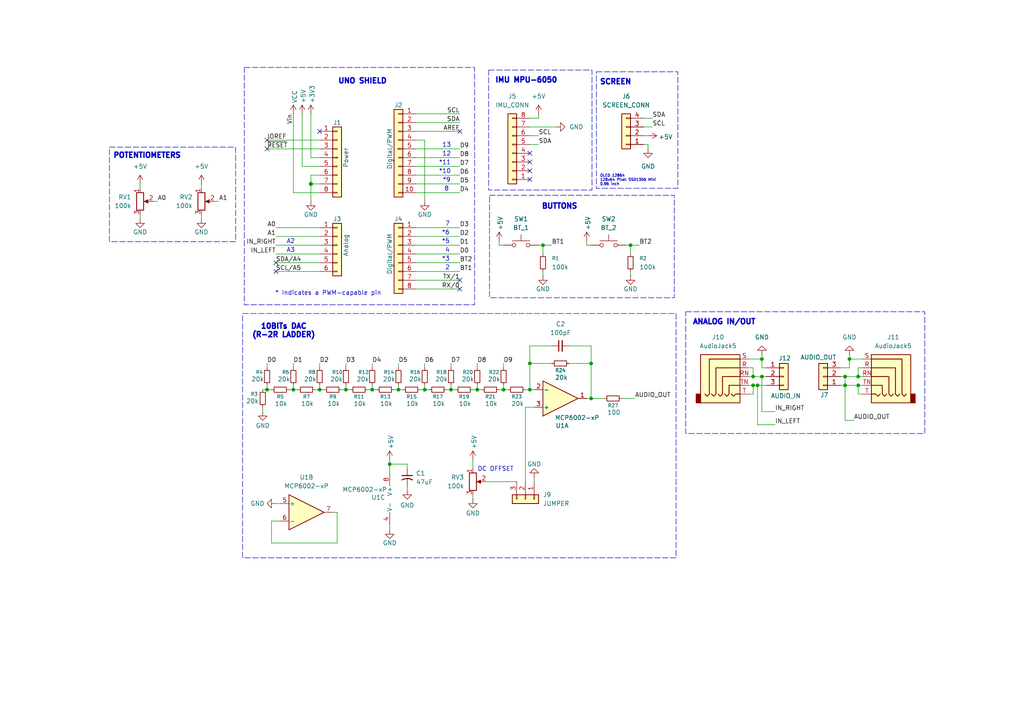
<source format=kicad_sch>
(kicad_sch (version 20250114) (generator "eeschema") (generator_version "9.0")
  (paper "A4")
  (title_block (title "Uno Shield DSP") (date "2026-02-01") (rev "Version 1.0") (company "Goncalo Martins"))
  (lib_symbols
    (symbol "Amplifier_Operational:MCP6002-xP" (pin_names (offset 0.127))
      (property "Reference" "U" (at 0 5.08 0))
      (property "Value" "MCP6002-xP" (at 0 -5.08 0))
      (symbol "MCP6002-xP_1_1"
        (polyline (pts (xy -5.08 5.08) (xy 5.08 0) (xy -5.08 -5.08) (xy -5.08 5.08)) (stroke (width 0.254)) (fill (type background)))
        (pin input line (at -7.62 2.54 0) (length 2.54) (name "+") (number "3"))
        (pin input line (at -7.62 -2.54 0) (length 2.54) (name "-") (number "2"))
        (pin output line (at 7.62 0 180) (length 2.54) (name "~") (number "1"))
      )
      (symbol "MCP6002-xP_2_1"
        (polyline (pts (xy -5.08 5.08) (xy 5.08 0) (xy -5.08 -5.08) (xy -5.08 5.08)) (stroke (width 0.254)) (fill (type background)))
        (pin input line (at -7.62 2.54 0) (length 2.54) (name "+") (number "5"))
        (pin input line (at -7.62 -2.54 0) (length 2.54) (name "-") (number "6"))
        (pin output line (at 7.62 0 180) (length 2.54) (name "~") (number "7"))
      )
      (symbol "MCP6002-xP_3_1"
        (pin power_in line (at -2.54 7.62 270) (length 3.81) (name "V+") (number "8"))
        (pin power_in line (at -2.54 -7.62 90) (length 3.81) (name "V-") (number "4"))
      )
    )
    (symbol "AudioJack5_1"
      (property "Reference" "J10" (at -3.81 11.43 0))
      (property "Value" "AudioJack5" (at -3.81 8.89 0))
      (symbol "AudioJack5_1_0_1"
        (rectangle (start -8.89 -5.08) (end -10.16 -7.62) (stroke (width 0.254)) (fill (type outline)))
        (polyline (pts (xy -5.715 -5.08) (xy -5.08 -5.715) (xy -4.445 -5.08) (xy -4.445 2.54) (xy 2.54 2.54)) (stroke (width 0.254)))
        (polyline (pts (xy -1.905 -5.08) (xy -1.27 -5.715) (xy -0.635 -5.08) (xy -0.635 -2.54) (xy 2.54 -2.54)) (stroke (width 0.254)))
        (polyline (pts (xy 0 -5.08) (xy 0.635 -5.715) (xy 1.27 -5.08) (xy 2.54 -5.08)) (stroke (width 0.254)))
        (rectangle (start 2.54 6.35) (end -8.89 -7.62) (stroke (width 0.254)) (fill (type background)))
        (polyline (pts (xy 2.54 5.08) (xy -6.35 5.08) (xy -6.35 -5.08) (xy -6.985 -5.715) (xy -7.62 -5.08)) (stroke (width 0.254)))
        (polyline (pts (xy 2.54 0) (xy -2.54 0) (xy -2.54 -5.08) (xy -3.175 -5.715) (xy -3.81 -5.08)) (stroke (width 0.254)))
      )
      (symbol "AudioJack5_1_1_1"
        (pin passive line (at 5.08 5.08 180) (length 2.54) (name "~") (number "S"))
        (pin passive line (at 5.08 2.54 180) (length 2.54) (name "~") (number "R"))
        (pin passive line (at 5.08 0 180) (length 2.54) (name "~") (number "RN"))
        (pin passive line (at 5.08 -2.54 180) (length 2.54) (name "~") (number "TN"))
        (pin passive line (at 5.08 -5.08 180) (length 2.54) (name "~") (number "T"))
      )
    )
    (symbol "Connector_Generic:Conn_01x03" (pin_names (offset 1.016) (hide yes))
      (property "Reference" "J" (at 0 5.08 0))
      (property "Value" "Conn_01x03" (at 0 -5.08 0))
      (symbol "Conn_01x03_1_1"
        (rectangle (start -1.27 3.81) (end 1.27 -3.81) (stroke (width 0.254)) (fill (type background)))
        (rectangle (start -1.27 2.667) (end 0 2.413) (stroke (width 0.1524)))
        (rectangle (start -1.27 0.127) (end 0 -0.127) (stroke (width 0.1524)))
        (rectangle (start -1.27 -2.413) (end 0 -2.667) (stroke (width 0.1524)))
        (pin passive line (at -5.08 2.54 0) (length 3.81) (name "Pin_1") (number "1"))
        (pin passive line (at -5.08 0 0) (length 3.81) (name "Pin_2") (number "2"))
        (pin passive line (at -5.08 -2.54 0) (length 3.81) (name "Pin_3") (number "3"))
      )
    )
    (symbol "Connector_Generic:Conn_01x04" (pin_names (offset 1.016) (hide yes))
      (property "Reference" "J" (at 0 5.08 0))
      (property "Value" "Conn_01x04" (at 0 -7.62 0))
      (symbol "Conn_01x04_1_1"
        (rectangle (start -1.27 3.81) (end 1.27 -6.35) (stroke (width 0.254)) (fill (type background)))
        (rectangle (start -1.27 2.667) (end 0 2.413) (stroke (width 0.1524)))
        (rectangle (start -1.27 0.127) (end 0 -0.127) (stroke (width 0.1524)))
        (rectangle (start -1.27 -2.413) (end 0 -2.667) (stroke (width 0.1524)))
        (rectangle (start -1.27 -4.953) (end 0 -5.207) (stroke (width 0.1524)))
        (pin passive line (at -5.08 2.54 0) (length 3.81) (name "Pin_1") (number "1"))
        (pin passive line (at -5.08 0 0) (length 3.81) (name "Pin_2") (number "2"))
        (pin passive line (at -5.08 -2.54 0) (length 3.81) (name "Pin_3") (number "3"))
        (pin passive line (at -5.08 -5.08 0) (length 3.81) (name "Pin_4") (number "4"))
      )
    )
    (symbol "Connector_Generic:Conn_01x06" (pin_names (offset 1.016) (hide yes))
      (property "Reference" "J" (at 0 7.62 0))
      (property "Value" "Conn_01x06" (at 0 -10.16 0))
      (symbol "Conn_01x06_1_1"
        (rectangle (start -1.27 6.35) (end 1.27 -8.89) (stroke (width 0.254)) (fill (type background)))
        (rectangle (start -1.27 5.207) (end 0 4.953) (stroke (width 0.1524)))
        (rectangle (start -1.27 2.667) (end 0 2.413) (stroke (width 0.1524)))
        (rectangle (start -1.27 0.127) (end 0 -0.127) (stroke (width 0.1524)))
        (rectangle (start -1.27 -2.413) (end 0 -2.667) (stroke (width 0.1524)))
        (rectangle (start -1.27 -4.953) (end 0 -5.207) (stroke (width 0.1524)))
        (rectangle (start -1.27 -7.493) (end 0 -7.747) (stroke (width 0.1524)))
        (pin passive line (at -5.08 5.08 0) (length 3.81) (name "Pin_1") (number "1"))
        (pin passive line (at -5.08 2.54 0) (length 3.81) (name "Pin_2") (number "2"))
        (pin passive line (at -5.08 0 0) (length 3.81) (name "Pin_3") (number "3"))
        (pin passive line (at -5.08 -2.54 0) (length 3.81) (name "Pin_4") (number "4"))
        (pin passive line (at -5.08 -5.08 0) (length 3.81) (name "Pin_5") (number "5"))
        (pin passive line (at -5.08 -7.62 0) (length 3.81) (name "Pin_6") (number "6"))
      )
    )
    (symbol "Connector_Generic:Conn_01x08" (pin_names (offset 1.016) (hide yes))
      (property "Reference" "J" (at 0 10.16 0))
      (property "Value" "Conn_01x08" (at 0 -12.7 0))
      (symbol "Conn_01x08_1_1"
        (rectangle (start -1.27 8.89) (end 1.27 -11.43) (stroke (width 0.254)) (fill (type background)))
        (rectangle (start -1.27 7.747) (end 0 7.493) (stroke (width 0.1524)))
        (rectangle (start -1.27 5.207) (end 0 4.953) (stroke (width 0.1524)))
        (rectangle (start -1.27 2.667) (end 0 2.413) (stroke (width 0.1524)))
        (rectangle (start -1.27 0.127) (end 0 -0.127) (stroke (width 0.1524)))
        (rectangle (start -1.27 -2.413) (end 0 -2.667) (stroke (width 0.1524)))
        (rectangle (start -1.27 -4.953) (end 0 -5.207) (stroke (width 0.1524)))
        (rectangle (start -1.27 -7.493) (end 0 -7.747) (stroke (width 0.1524)))
        (rectangle (start -1.27 -10.033) (end 0 -10.287) (stroke (width 0.1524)))
        (pin passive line (at -5.08 7.62 0) (length 3.81) (name "Pin_1") (number "1"))
        (pin passive line (at -5.08 5.08 0) (length 3.81) (name "Pin_2") (number "2"))
        (pin passive line (at -5.08 2.54 0) (length 3.81) (name "Pin_3") (number "3"))
        (pin passive line (at -5.08 0 0) (length 3.81) (name "Pin_4") (number "4"))
        (pin passive line (at -5.08 -2.54 0) (length 3.81) (name "Pin_5") (number "5"))
        (pin passive line (at -5.08 -5.08 0) (length 3.81) (name "Pin_6") (number "6"))
        (pin passive line (at -5.08 -7.62 0) (length 3.81) (name "Pin_7") (number "7"))
        (pin passive line (at -5.08 -10.16 0) (length 3.81) (name "Pin_8") (number "8"))
      )
    )
    (symbol "Connector_Generic:Conn_01x10" (pin_names (offset 1.016) (hide yes))
      (property "Reference" "J" (at 0 12.7 0))
      (property "Value" "Conn_01x10" (at 0 -15.24 0))
      (symbol "Conn_01x10_1_1"
        (rectangle (start -1.27 11.43) (end 1.27 -13.97) (stroke (width 0.254)) (fill (type background)))
        (rectangle (start -1.27 10.287) (end 0 10.033) (stroke (width 0.1524)))
        (rectangle (start -1.27 7.747) (end 0 7.493) (stroke (width 0.1524)))
        (rectangle (start -1.27 5.207) (end 0 4.953) (stroke (width 0.1524)))
        (rectangle (start -1.27 2.667) (end 0 2.413) (stroke (width 0.1524)))
        (rectangle (start -1.27 0.127) (end 0 -0.127) (stroke (width 0.1524)))
        (rectangle (start -1.27 -2.413) (end 0 -2.667) (stroke (width 0.1524)))
        (rectangle (start -1.27 -4.953) (end 0 -5.207) (stroke (width 0.1524)))
        (rectangle (start -1.27 -7.493) (end 0 -7.747) (stroke (width 0.1524)))
        (rectangle (start -1.27 -10.033) (end 0 -10.287) (stroke (width 0.1524)))
        (rectangle (start -1.27 -12.573) (end 0 -12.827) (stroke (width 0.1524)))
        (pin passive line (at -5.08 10.16 0) (length 3.81) (name "Pin_1") (number "1"))
        (pin passive line (at -5.08 7.62 0) (length 3.81) (name "Pin_2") (number "2"))
        (pin passive line (at -5.08 5.08 0) (length 3.81) (name "Pin_3") (number "3"))
        (pin passive line (at -5.08 2.54 0) (length 3.81) (name "Pin_4") (number "4"))
        (pin passive line (at -5.08 0 0) (length 3.81) (name "Pin_5") (number "5"))
        (pin passive line (at -5.08 -2.54 0) (length 3.81) (name "Pin_6") (number "6"))
        (pin passive line (at -5.08 -5.08 0) (length 3.81) (name "Pin_7") (number "7"))
        (pin passive line (at -5.08 -7.62 0) (length 3.81) (name "Pin_8") (number "8"))
        (pin passive line (at -5.08 -10.16 0) (length 3.81) (name "Pin_9") (number "9"))
        (pin passive line (at -5.08 -12.7 0) (length 3.81) (name "Pin_10") (number "10"))
      )
    )
    (symbol "Device:C_Small" (pin_numbers (hide yes)) (pin_names (offset 0.254) (hide yes))
      (property "Reference" "C" (at 0.254 1.778 0))
      (property "Value" "C_Small" (at 0.254 -2.032 0))
      (symbol "C_Small_0_1"
        (polyline (pts (xy -1.524 0.508) (xy 1.524 0.508)) (stroke (width 0.3048)))
        (polyline (pts (xy -1.524 -0.508) (xy 1.524 -0.508)) (stroke (width 0.3302)))
      )
      (symbol "C_Small_1_1"
        (pin passive line (at 0 2.54 270) (length 2.032) (name "~") (number "1"))
        (pin passive line (at 0 -2.54 90) (length 2.032) (name "~") (number "2"))
      )
    )
    (symbol "Device:C_Small_US" (pin_numbers (hide yes)) (pin_names (offset 0.254) (hide yes))
      (property "Reference" "C" (at 0.254 1.778 0))
      (property "Value" "C_Small_US" (at 0.254 -2.032 0))
      (symbol "C_Small_US_0_1"
        (polyline (pts (xy -1.524 0.508) (xy 1.524 0.508)) (stroke (width 0.3048)))
        (arc (start -1.524 -0.762) (mid 0 -0.3734) (end 1.524 -0.762) (stroke (width 0.3048)))
      )
      (symbol "C_Small_US_1_1"
        (pin passive line (at 0 2.54 270) (length 2.032) (name "~") (number "1"))
        (pin passive line (at 0 -2.54 90) (length 2.032) (name "~") (number "2"))
      )
    )
    (symbol "Device:R_Potentiometer" (pin_names (offset 1.016) (hide yes))
      (property "Reference" "RV" (at -4.445 0 90))
      (property "Value" "R_Potentiometer" (at -2.54 0 90))
      (symbol "R_Potentiometer_0_1"
        (rectangle (start 1.016 2.54) (end -1.016 -2.54) (stroke (width 0.254)))
        (polyline (pts (xy 1.143 0) (xy 2.286 0.508) (xy 2.286 -0.508) (xy 1.143 0)) (fill (type outline)))
        (polyline (pts (xy 2.54 0) (xy 1.524 0)))
      )
      (symbol "R_Potentiometer_1_1"
        (pin passive line (at 0 3.81 270) (length 1.27) (name "1") (number "1"))
        (pin passive line (at 0 -3.81 90) (length 1.27) (name "3") (number "3"))
        (pin passive line (at 3.81 0 180) (length 1.27) (name "2") (number "2"))
      )
    )
    (symbol "Device:R_Small" (pin_numbers (hide yes)) (pin_names (offset 0.254) (hide yes))
      (property "Reference" "R" (at 0 0 90))
      (property "Value" "R_Small" (at 1.778 0 90))
      (symbol "R_Small_0_1"
        (rectangle (start -0.762 1.778) (end 0.762 -1.778) (stroke (width 0.2032)))
      )
      (symbol "R_Small_1_1"
        (pin passive line (at 0 2.54 270) (length 0.762) (name "~") (number "1"))
        (pin passive line (at 0 -2.54 90) (length 0.762) (name "~") (number "2"))
      )
    )
    (symbol "Switch:SW_Push" (pin_numbers (hide yes)) (pin_names (offset 1.016) (hide yes))
      (property "Reference" "SW" (at 1.27 2.54 0))
      (property "Value" "SW_Push" (at 0 -1.524 0))
      (symbol "SW_Push_0_1"
        (circle (center -2.032 0) (radius 0.508))
        (polyline (pts (xy 0 1.27) (xy 0 3.048)))
        (circle (center 2.032 0) (radius 0.508))
        (polyline (pts (xy 2.54 1.27) (xy -2.54 1.27)))
        (pin passive line (at -5.08 0 0) (length 2.54) (name "1") (number "1"))
        (pin passive line (at 5.08 0 180) (length 2.54) (name "2") (number "2"))
      )
    )
    (symbol "power:+3V3" (power) (pin_numbers (hide yes)) (pin_names (offset 0) (hide yes))
      (property "Value" "+3V3" (at 0 3.556 0))
      (symbol "+3V3_0_1"
        (polyline (pts (xy -0.762 1.27) (xy 0 2.54)))
        (polyline (pts (xy 0 2.54) (xy 0.762 1.27)))
        (polyline (pts (xy 0 0) (xy 0 2.54)))
      )
      (symbol "+3V3_1_1"
        (pin power_in line (at 0 0 90) (length 0) (name "~") (number "1"))
      )
    )
    (symbol "power:+5V" (power) (pin_numbers (hide yes)) (pin_names (offset 0) (hide yes))
      (property "Value" "+5V" (at 0 3.556 0))
      (symbol "+5V_0_1"
        (polyline (pts (xy -0.762 1.27) (xy 0 2.54)))
        (polyline (pts (xy 0 2.54) (xy 0.762 1.27)))
        (polyline (pts (xy 0 0) (xy 0 2.54)))
      )
      (symbol "+5V_1_1"
        (pin power_in line (at 0 0 90) (length 0) (name "~") (number "1"))
      )
    )
    (symbol "power:GND" (power) (pin_numbers (hide yes)) (pin_names (offset 0) (hide yes))
      (property "Value" "GND" (at 0 -3.81 0))
      (symbol "GND_0_1"
        (polyline (pts (xy 0 0) (xy 0 -1.27) (xy 1.27 -1.27) (xy 0 -2.54) (xy -1.27 -1.27) (xy 0 -1.27)))
      )
      (symbol "GND_1_1"
        (pin power_in line (at 0 0 270) (length 0) (name "~") (number "1"))
      )
    )
    (symbol "power:VCC" (power) (pin_numbers (hide yes)) (pin_names (offset 0) (hide yes))
      (property "Value" "VCC" (at 0 3.556 0))
      (symbol "VCC_0_1"
        (polyline (pts (xy -0.762 1.27) (xy 0 2.54)))
        (polyline (pts (xy 0 2.54) (xy 0.762 1.27)))
        (polyline (pts (xy 0 0) (xy 0 2.54)))
      )
      (symbol "VCC_1_1"
        (pin power_in line (at 0 0 90) (length 0) (name "~") (number "1"))
      )
    )
  )
  (rectangle (start 31.75 42.672) (end 68.326 70.104) (stroke (width 0) (type dash)))
  (rectangle (start 198.882 90.424) (end 268.224 125.73) (stroke (width 0) (type dash)))
  (rectangle (start 70.866 19.558) (end 137.668 88.392) (stroke (width 0) (type dash)))
  (rectangle (start 141.986 56.642) (end 195.58 86.36) (stroke (width 0) (type dash)))
  (rectangle (start 141.732 20.32) (end 171.704 55.118) (stroke (width 0) (type dash)))
  (rectangle (start 70.358 90.932) (end 196.088 161.798) (stroke (width 0) (type dash)))
  (rectangle (start 172.974 20.828) (end 196.596 54.61) (stroke (width 0) (type dash)))
  (text "*3" (at 129.286 75.184 0) (effects (font (size 1.27 1.27))))
  (text "4" (at 129.794 72.644 0) (effects (font (size 1.27 1.27))))
  (text "7" (at 129.794 65.024 0) (effects (font (size 1.27 1.27))))
  (text "BUTTONS" (at 162.306 59.944 0) (effects (font (size 1.524 1.524) (thickness 0.4064) (bold yes))))
  (text "*9" (at 129.54 52.324 0) (effects (font (size 1.27 1.27))))
  (text "IMU MPU-6050" (at 152.654 23.368 0) (effects (font (size 1.524 1.524) (thickness 0.4064) (bold yes))))
  (text "POTENTIOMETERS" (at 42.672 45.212 0) (effects (font (size 1.524 1.524) (thickness 0.4064) (bold yes))))
  (text "8" (at 129.54 54.864 0) (effects (font (size 1.27 1.27))))
  (text "12" (at 129.54 44.704 0) (effects (font (size 1.27 1.27))))
  (text "*5" (at 129.286 70.104 0) (effects (font (size 1.27 1.27))))
  (text "*11" (at 129.032 47.244 0) (effects (font (size 1.27 1.27))))
  (text "DC OFFSET" (at 143.764 136.144 0) (effects (font (size 1.27 1.27))))
  (text "*6\n" (at 129.286 67.564 0) (effects (font (size 1.27 1.27))))
  (text "10BITs DAC\n(R-2R LADDER)" (at 82.296 96.012 0) (effects (font (size 1.524 1.524) (thickness 0.4064) (bold yes))))
  (text "ANALOG IN/OUT" (at 210.058 93.472 0) (effects (font (size 1.524 1.524) (thickness 0.4064) (bold yes))))
  (text "*10\n" (at 129.032 49.784 0) (effects (font (size 1.27 1.27))))
  (text "OLED 12864 \n128x64 Pixel SSD1306 Mini\n0.96 Inch " (at 173.99 52.324 0) (effects (font (size 0.762 0.762)) (justify left)))
  (text "* Indicates a PWM-capable pin" (at 79.756 85.852 0) (effects (font (size 1.27 1.27)) (justify left bottom)))
  (text "13" (at 129.54 42.164 0) (effects (font (size 1.27 1.27))))
  (text "2" (at 129.794 77.724 0) (effects (font (size 1.27 1.27))))
  (text "A2\n" (at 84.328 70.104 0) (effects (font (size 1.27 1.27))))
  (text "SCREEN" (at 178.562 23.876 0) (effects (font (size 1.524 1.524) (thickness 0.4064) (bold yes))))
  (text "UNO SHIELD" (at 105.156 23.622 0) (effects (font (size 1.524 1.524) (thickness 0.4064) (bold yes))))
  (text "A3" (at 84.328 72.644 0) (effects (font (size 1.27 1.27))))
  (junction (at 92.71 113.03))
  (junction (at 77.47 113.03))
  (junction (at 171.45 105.41))
  (junction (at 171.45 115.57))
  (junction (at 182.88 71.12))
  (junction (at 90.17 53.34) (diameter 1.016))
  (junction (at 218.44 111.76))
  (junction (at 220.98 104.14))
  (junction (at 113.03 134.62))
  (junction (at 123.19 113.03))
  (junction (at 115.57 113.03))
  (junction (at 219.71 111.76))
  (junction (at 153.67 113.03))
  (junction (at 157.48 71.12))
  (junction (at 245.11 111.76))
  (junction (at 100.33 113.03))
  (junction (at 248.92 109.22))
  (junction (at 245.11 109.22))
  (junction (at 138.43 113.03))
  (junction (at 130.81 113.03))
  (junction (at 107.95 113.03))
  (junction (at 85.09 113.03))
  (junction (at 153.67 105.41))
  (junction (at 220.98 109.22))
  (junction (at 246.38 104.14))
  (junction (at 248.92 111.76))
  (junction (at 218.44 109.22))
  (junction (at 146.05 113.03))
  (no_connect (at 133.35 38.1))
  (no_connect (at 153.67 44.45))
  (no_connect (at 133.35 83.82))
  (no_connect (at 133.35 81.28))
  (no_connect (at 80.01 76.2))
  (no_connect (at 80.01 78.74))
  (no_connect (at 153.67 46.99))
  (no_connect (at 153.67 52.07))
  (no_connect (at 77.47 43.18))
  (no_connect (at 153.67 49.53))
  (no_connect (at 92.71 38.1))
  (no_connect (at 77.47 40.64))
  (wire (pts (xy 120.65 83.82) (xy 133.35 83.82)))
  (wire (pts (xy 220.98 119.38) (xy 220.98 109.22)))
  (wire (pts (xy 156.21 34.29) (xy 153.67 34.29)))
  (wire (pts (xy 160.02 100.33) (xy 153.67 100.33)))
  (wire (pts (xy 245.11 109.22) (xy 248.92 109.22)))
  (wire (pts (xy 120.65 50.8) (xy 133.35 50.8)))
  (wire (pts (xy 77.47 111.76) (xy 77.47 113.03)))
  (wire (pts (xy 153.67 113.03) (xy 154.94 113.03)))
  (wire (pts (xy 120.65 33.02) (xy 133.35 33.02)))
  (wire (pts (xy 152.4 113.03) (xy 153.67 113.03)))
  (wire (pts (xy 123.19 113.03) (xy 124.46 113.03)))
  (wire (pts (xy 100.33 105.41) (xy 100.33 106.68)))
  (wire (pts (xy 186.69 39.37) (xy 187.96 39.37)))
  (wire (pts (xy 218.44 109.22) (xy 218.44 106.68)))
  (wire (pts (xy 220.98 104.14) (xy 220.98 106.68)))
  (wire (pts (xy 121.92 113.03) (xy 123.19 113.03)))
  (wire (pts (xy 171.45 71.12) (xy 170.18 71.12)))
  (wire (pts (xy 40.64 62.23) (xy 40.64 63.5)))
  (wire (pts (xy 90.17 50.8) (xy 90.17 53.34)))
  (wire (pts (xy 144.78 71.12) (xy 144.78 69.85)))
  (wire (pts (xy 182.88 78.74) (xy 182.88 80.01)))
  (wire (pts (xy 186.69 34.29) (xy 189.23 34.29)))
  (wire (pts (xy 80.01 78.74) (xy 92.71 78.74)))
  (wire (pts (xy 243.84 109.22) (xy 245.11 109.22)))
  (wire (pts (xy 76.2 113.03) (xy 77.47 113.03)))
  (wire (pts (xy 100.33 111.76) (xy 100.33 113.03)))
  (wire (pts (xy 44.45 58.42) (xy 45.72 58.42)))
  (wire (pts (xy 40.64 53.34) (xy 40.64 54.61)))
  (wire (pts (xy 97.79 148.59) (xy 96.52 148.59)))
  (wire (pts (xy 156.21 33.02) (xy 156.21 34.29)))
  (wire (pts (xy 90.17 53.34) (xy 90.17 58.42)))
  (wire (pts (xy 130.81 105.41) (xy 130.81 106.68)))
  (wire (pts (xy 90.17 45.72) (xy 92.71 45.72)))
  (wire (pts (xy 91.44 113.03) (xy 92.71 113.03)))
  (wire (pts (xy 246.38 104.14) (xy 246.38 106.68)))
  (wire (pts (xy 85.09 113.03) (xy 86.36 113.03)))
  (wire (pts (xy 87.63 48.26) (xy 92.71 48.26)))
  (wire (pts (xy 78.74 151.13) (xy 78.74 157.48)))
  (wire (pts (xy 81.28 151.13) (xy 78.74 151.13)))
  (wire (pts (xy 220.98 102.87) (xy 220.98 104.14)))
  (wire (pts (xy 87.63 33.02) (xy 87.63 48.26)))
  (wire (pts (xy 152.4 118.11) (xy 154.94 118.11)))
  (wire (pts (xy 113.03 133.35) (xy 113.03 134.62)))
  (wire (pts (xy 97.79 157.48) (xy 97.79 148.59)))
  (wire (pts (xy 218.44 111.76) (xy 219.71 111.76)))
  (wire (pts (xy 120.65 43.18) (xy 133.35 43.18)))
  (wire (pts (xy 218.44 114.3) (xy 218.44 111.76)))
  (wire (pts (xy 58.42 53.34) (xy 58.42 54.61)))
  (wire (pts (xy 90.17 33.02) (xy 90.17 45.72)))
  (wire (pts (xy 120.65 66.04) (xy 133.35 66.04)))
  (wire (pts (xy 245.11 121.92) (xy 245.11 111.76)))
  (wire (pts (xy 140.97 139.7) (xy 149.86 139.7)))
  (wire (pts (xy 219.71 111.76) (xy 222.25 111.76)))
  (wire (pts (xy 120.65 45.72) (xy 133.35 45.72)))
  (wire (pts (xy 224.79 123.19) (xy 219.71 123.19)))
  (wire (pts (xy 146.05 71.12) (xy 144.78 71.12)))
  (wire (pts (xy 120.65 68.58) (xy 133.35 68.58)))
  (wire (pts (xy 138.43 111.76) (xy 138.43 113.03)))
  (wire (pts (xy 243.84 111.76) (xy 245.11 111.76)))
  (wire (pts (xy 217.17 111.76) (xy 218.44 111.76)))
  (wire (pts (xy 92.71 105.41) (xy 92.71 106.68)))
  (wire (pts (xy 92.71 111.76) (xy 92.71 113.03)))
  (wire (pts (xy 246.38 106.68) (xy 243.84 106.68)))
  (wire (pts (xy 78.74 157.48) (xy 97.79 157.48)))
  (wire (pts (xy 157.48 71.12) (xy 160.02 71.12)))
  (wire (pts (xy 137.16 133.35) (xy 137.16 135.89)))
  (wire (pts (xy 120.65 53.34) (xy 133.35 53.34)))
  (wire (pts (xy 220.98 109.22) (xy 222.25 109.22)))
  (wire (pts (xy 157.48 78.74) (xy 157.48 80.01)))
  (wire (pts (xy 171.45 100.33) (xy 171.45 105.41)))
  (wire (pts (xy 180.34 115.57) (xy 184.15 115.57)))
  (wire (pts (xy 115.57 111.76) (xy 115.57 113.03)))
  (wire (pts (xy 160.02 105.41) (xy 153.67 105.41)))
  (wire (pts (xy 120.65 73.66) (xy 133.35 73.66)))
  (wire (pts (xy 182.88 71.12) (xy 185.42 71.12)))
  (wire (pts (xy 248.92 114.3) (xy 248.92 111.76)))
  (wire (pts (xy 115.57 105.41) (xy 115.57 106.68)))
  (wire (pts (xy 77.47 40.64) (xy 92.71 40.64)))
  (wire (pts (xy 245.11 111.76) (xy 248.92 111.76)))
  (wire (pts (xy 165.1 100.33) (xy 171.45 100.33)))
  (wire (pts (xy 107.95 111.76) (xy 107.95 113.03)))
  (wire (pts (xy 220.98 106.68) (xy 222.25 106.68)))
  (wire (pts (xy 171.45 115.57) (xy 175.26 115.57)))
  (wire (pts (xy 153.67 36.83) (xy 161.29 36.83)))
  (wire (pts (xy 123.19 40.64) (xy 123.19 58.42)))
  (wire (pts (xy 114.3 113.03) (xy 115.57 113.03)))
  (wire (pts (xy 146.05 111.76) (xy 146.05 113.03)))
  (wire (pts (xy 154.94 138.43) (xy 154.94 139.7)))
  (wire (pts (xy 250.19 114.3) (xy 248.92 114.3)))
  (wire (pts (xy 123.19 111.76) (xy 123.19 113.03)))
  (wire (pts (xy 120.65 38.1) (xy 133.35 38.1)))
  (wire (pts (xy 153.67 100.33) (xy 153.67 105.41)))
  (wire (pts (xy 187.96 41.91) (xy 186.69 41.91)))
  (wire (pts (xy 129.54 113.03) (xy 130.81 113.03)))
  (wire (pts (xy 80.01 66.04) (xy 92.71 66.04)))
  (wire (pts (xy 250.19 109.22) (xy 248.92 109.22)))
  (wire (pts (xy 92.71 71.12) (xy 80.01 71.12)))
  (wire (pts (xy 85.09 111.76) (xy 85.09 113.03)))
  (wire (pts (xy 77.47 43.18) (xy 92.71 43.18)))
  (wire (pts (xy 152.4 139.7) (xy 152.4 118.11)))
  (wire (pts (xy 157.48 71.12) (xy 157.48 73.66)))
  (wire (pts (xy 92.71 53.34) (xy 90.17 53.34)))
  (wire (pts (xy 170.18 115.57) (xy 171.45 115.57)))
  (wire (pts (xy 217.17 109.22) (xy 218.44 109.22)))
  (wire (pts (xy 80.01 68.58) (xy 92.71 68.58)))
  (wire (pts (xy 118.11 140.97) (xy 118.11 142.24)))
  (wire (pts (xy 77.47 105.41) (xy 77.47 106.68)))
  (wire (pts (xy 138.43 105.41) (xy 138.43 106.68)))
  (wire (pts (xy 171.45 115.57) (xy 171.45 105.41)))
  (wire (pts (xy 144.78 113.03) (xy 146.05 113.03)))
  (wire (pts (xy 107.95 105.41) (xy 107.95 106.68)))
  (wire (pts (xy 247.65 121.92) (xy 245.11 121.92)))
  (wire (pts (xy 187.96 43.18) (xy 187.96 41.91)))
  (wire (pts (xy 62.23 58.42) (xy 63.5 58.42)))
  (wire (pts (xy 92.71 55.88) (xy 85.09 55.88)))
  (wire (pts (xy 156.21 71.12) (xy 157.48 71.12)))
  (wire (pts (xy 85.09 105.41) (xy 85.09 106.68)))
  (wire (pts (xy 245.11 109.22) (xy 245.11 111.76)))
  (wire (pts (xy 83.82 113.03) (xy 85.09 113.03)))
  (wire (pts (xy 92.71 113.03) (xy 93.98 113.03)))
  (wire (pts (xy 138.43 113.03) (xy 139.7 113.03)))
  (wire (pts (xy 77.47 113.03) (xy 78.74 113.03)))
  (wire (pts (xy 248.92 109.22) (xy 248.92 106.68)))
  (wire (pts (xy 118.11 134.62) (xy 113.03 134.62)))
  (wire (pts (xy 250.19 104.14) (xy 246.38 104.14)))
  (wire (pts (xy 120.65 40.64) (xy 123.19 40.64)))
  (wire (pts (xy 123.19 105.41) (xy 123.19 106.68)))
  (wire (pts (xy 146.05 113.03) (xy 147.32 113.03)))
  (wire (pts (xy 92.71 50.8) (xy 90.17 50.8)))
  (wire (pts (xy 130.81 111.76) (xy 130.81 113.03)))
  (wire (pts (xy 217.17 114.3) (xy 218.44 114.3)))
  (wire (pts (xy 120.65 48.26) (xy 133.35 48.26)))
  (wire (pts (xy 137.16 113.03) (xy 138.43 113.03)))
  (wire (pts (xy 80.01 146.05) (xy 81.28 146.05)))
  (wire (pts (xy 113.03 152.4) (xy 113.03 153.67)))
  (wire (pts (xy 120.65 71.12) (xy 133.35 71.12)))
  (wire (pts (xy 146.05 105.41) (xy 146.05 106.68)))
  (wire (pts (xy 80.01 73.66) (xy 92.71 73.66)))
  (wire (pts (xy 224.79 119.38) (xy 220.98 119.38)))
  (wire (pts (xy 248.92 111.76) (xy 250.19 111.76)))
  (wire (pts (xy 137.16 143.51) (xy 137.16 144.78)))
  (wire (pts (xy 219.71 123.19) (xy 219.71 111.76)))
  (wire (pts (xy 218.44 109.22) (xy 220.98 109.22)))
  (wire (pts (xy 107.95 113.03) (xy 109.22 113.03)))
  (wire (pts (xy 118.11 135.89) (xy 118.11 134.62)))
  (wire (pts (xy 246.38 102.87) (xy 246.38 104.14)))
  (wire (pts (xy 217.17 104.14) (xy 220.98 104.14)))
  (wire (pts (xy 217.17 106.68) (xy 218.44 106.68)))
  (wire (pts (xy 106.68 113.03) (xy 107.95 113.03)))
  (wire (pts (xy 120.65 35.56) (xy 133.35 35.56)))
  (wire (pts (xy 100.33 113.03) (xy 101.6 113.03)))
  (wire (pts (xy 120.65 78.74) (xy 133.35 78.74)))
  (wire (pts (xy 113.03 134.62) (xy 113.03 137.16)))
  (wire (pts (xy 115.57 113.03) (xy 116.84 113.03)))
  (wire (pts (xy 120.65 76.2) (xy 133.35 76.2)))
  (wire (pts (xy 130.81 113.03) (xy 132.08 113.03)))
  (wire (pts (xy 170.18 71.12) (xy 170.18 69.85)))
  (wire (pts (xy 171.45 105.41) (xy 165.1 105.41)))
  (wire (pts (xy 153.67 41.91) (xy 156.21 41.91)))
  (wire (pts (xy 76.2 118.11) (xy 76.2 119.38)))
  (wire (pts (xy 153.67 105.41) (xy 153.67 113.03)))
  (wire (pts (xy 186.69 36.83) (xy 189.23 36.83)))
  (wire (pts (xy 153.67 39.37) (xy 156.21 39.37)))
  (wire (pts (xy 99.06 113.03) (xy 100.33 113.03)))
  (wire (pts (xy 248.92 106.68) (xy 250.19 106.68)))
  (wire (pts (xy 181.61 71.12) (xy 182.88 71.12)))
  (wire (pts (xy 120.65 81.28) (xy 133.35 81.28)))
  (wire (pts (xy 85.09 55.88) (xy 85.09 33.02)))
  (wire (pts (xy 58.42 62.23) (xy 58.42 63.5)))
  (wire (pts (xy 92.71 76.2) (xy 80.01 76.2)))
  (wire (pts (xy 120.65 55.88) (xy 133.35 55.88)))
  (wire (pts (xy 182.88 71.12) (xy 182.88 73.66)))
  (label "RX{slash}0" (at 133.35 83.82 180))
  (label "BT2" (at 133.35 76.2 0))
  (label "D8" (at 133.35 45.72 0))
  (label "SDA" (at 156.21 41.91 0))
  (label "SCL" (at 189.23 36.83 0))
  (label "IN_RIGHT" (at 80.01 71.12 180))
  (label "D2" (at 92.71 105.41 0))
  (label "SCL" (at 156.21 39.37 0))
  (label "IN_RIGHT" (at 224.79 119.38 0))
  (label "AUDIO_OUT" (at 184.15 115.57 0))
  (label "IN_LEFT" (at 224.79 123.19 0))
  (label "~{RESET}" (at 77.47 43.18 0))
  (label "BT1" (at 133.35 78.74 0))
  (label "D6" (at 133.35 50.8 0))
  (label "D3" (at 133.35 66.04 0))
  (label "SDA" (at 189.23 34.29 0))
  (label "BT2" (at 185.42 71.12 0))
  (label "D6" (at 123.19 105.41 0))
  (label "SDA" (at 133.35 35.56 180))
  (label "BT1" (at 160.02 71.12 0))
  (label "D5" (at 133.35 53.34 0))
  (label "D9" (at 146.05 105.41 0))
  (label "D8" (at 138.43 105.41 0))
  (label "D4" (at 107.95 105.41 0))
  (label "D0" (at 133.35 73.66 0))
  (label "D1" (at 133.35 71.12 0))
  (label "A1" (at 80.01 68.58 180))
  (label "D3" (at 100.33 105.41 0))
  (label "TX{slash}1" (at 133.35 81.28 180))
  (label "D5" (at 115.57 105.41 0))
  (label "A0" (at 80.01 66.04 180))
  (label "AREF" (at 133.35 38.1 180))
  (label "D2" (at 133.35 68.58 0))
  (label "Vin" (at 85.09 33.02 270))
  (label "D0" (at 77.47 105.41 0))
  (label "SCL" (at 133.35 33.02 180))
  (label "AUDIO_OUT" (at 247.65 121.92 0))
  (label "D7" (at 133.35 48.26 0))
  (label "IN_LEFT" (at 80.01 73.66 180))
  (label "IOREF" (at 77.47 40.64 0))
  (label "SDA{slash}A4" (at 80.01 76.2 0))
  (label "SCL{slash}A5" (at 80.01 78.74 0))
  (label "D1" (at 85.09 105.41 0))
  (label "A0" (at 45.72 58.42 0))
  (label "D9" (at 133.35 43.18 0))
  (label "D4" (at 133.35 55.88 0))
  (label "A1" (at 63.5 58.42 0))
  (label "D7" (at 130.81 105.41 0))
  (symbol (lib_id "Connector_Generic:Conn_01x08") (at 97.79 45.72 0) (unit 1)
    (property "Reference" "J1" (at 97.79 35.56 0))
    (property "Value" "Power" (at 100.33 45.72 90))
    (property "Footprint" "Connector_PinSocket_2.54mm:PinSocket_1x08_P2.54mm_Vertical" (effects (hide yes)))
    (property "Datasheet" "~" (at 97.79 45.72 0))
    (property "Description" "Generic connector, single row, 01x08, script generated (kicad-library-utils/schlib/autogen/connector/)" (effects (hide yes)))
  )
  (symbol (lib_id "power:+3V3") (at 90.17 33.02 0) (unit 1)
    (property "Reference" "#PWR03" (effects (hide yes)))
    (property "Value" "+3V3" (at 90.551 29.972 90) (effects (justify left)))
    (property "Description" "Power symbol creates a global label with name \"+3V3\"" (effects (hide yes)))
  )
  (symbol (lib_id "power:+5V") (at 87.63 33.02 0) (unit 1)
    (property "Reference" "#PWR02" (effects (hide yes)))
    (property "Value" "+5V" (at 87.9856 29.972 90) (effects (justify left)))
    (property "Description" "Power symbol creates a global label with name \"+5V\"" (effects (hide yes)))
  )
  (symbol (lib_id "power:GND") (at 90.17 58.42 0) (unit 1)
    (property "Reference" "#PWR04" (effects (hide yes)))
    (property "Value" "GND" (at 90.17 62.23 0))
    (property "Description" "Power symbol creates a global label with name \"GND\" , ground" (effects (hide yes)))
  )
  (symbol (lib_id "Connector_Generic:Conn_01x10") (at 115.57 43.18 0) (mirror y) (unit 1)
    (property "Reference" "J2" (at 115.57 30.48 0))
    (property "Value" "Digital/PWM" (at 113.03 43.18 90))
    (property "Footprint" "Connector_PinSocket_2.54mm:PinSocket_1x10_P2.54mm_Vertical" (effects (hide yes)))
    (property "Datasheet" "~" (at 115.57 43.18 0))
    (property "Description" "Generic connector, single row, 01x10, script generated (kicad-library-utils/schlib/autogen/connector/)" (effects (hide yes)))
  )
  (symbol (lib_id "power:GND") (at 123.19 58.42 0) (unit 1)
    (property "Reference" "#PWR05" (effects (hide yes)))
    (property "Value" "GND" (at 123.19 62.23 0))
    (property "Description" "Power symbol creates a global label with name \"GND\" , ground" (effects (hide yes)))
  )
  (symbol (lib_id "Connector_Generic:Conn_01x06") (at 97.79 71.12 0) (unit 1)
    (property "Reference" "J3" (at 97.79 63.5 0))
    (property "Value" "Analog" (at 100.33 71.12 90))
    (property "Footprint" "Connector_PinSocket_2.54mm:PinSocket_1x06_P2.54mm_Vertical" (effects (hide yes)))
    (property "Description" "Generic connector, single row, 01x06, script generated (kicad-library-utils/schlib/autogen/connector/)" (effects (hide yes)))
  )
  (symbol (lib_id "Connector_Generic:Conn_01x08") (at 115.57 73.66 0) (mirror y) (unit 1)
    (property "Reference" "J4" (at 115.57 63.5 0))
    (property "Value" "Digital/PWM" (at 113.03 73.66 90))
    (property "Footprint" "Connector_PinSocket_2.54mm:PinSocket_1x08_P2.54mm_Vertical" (effects (hide yes)))
    (property "Datasheet" "~" (at 115.57 73.66 0))
    (property "Description" "Generic connector, single row, 01x08, script generated (kicad-library-utils/schlib/autogen/connector/)" (effects (hide yes)))
  )
  (symbol (lib_id "power:GND") (at 118.11 142.24 0) (unit 1)
    (property "Reference" "#PWR023" (effects (hide yes)))
    (property "Value" "GND" (at 118.11 146.558 0))
    (property "Description" "Power symbol creates a global label with name \"GND\" , ground" (effects (hide yes)))
  )
  (symbol (lib_id "power:GND") (at 40.64 63.5 0) (unit 1)
    (property "Reference" "#PWR09" (effects (hide yes)))
    (property "Value" "GND" (at 40.64 67.31 0))
    (property "Description" "Power symbol creates a global label with name \"GND\" , ground" (effects (hide yes)))
  )
  (symbol (lib_id "power:+5V") (at 156.21 33.02 0) (unit 1)
    (property "Reference" "#PWR07" (effects (hide yes)))
    (property "Value" "+5V" (at 156.21 27.94 0))
    (property "Description" "Power symbol creates a global label with name \"+5V\"" (effects (hide yes)))
  )
  (symbol (lib_id "power:GND") (at 76.2 119.38 0) (unit 1)
    (property "Reference" "#PWR024" (effects (hide yes)))
    (property "Value" "GND" (at 76.2 123.444 0))
    (property "Description" "Power symbol creates a global label with name \"GND\" , ground" (effects (hide yes)))
  )
  (symbol (lib_id "Connector_Generic:Conn_01x08") (at 148.59 44.45 180) (unit 1)
    (property "Reference" "J5" (at 148.59 27.94 0))
    (property "Value" "IMU_CONN" (at 148.59 30.48 0))
    (property "Footprint" "Connector_PinSocket_2.54mm:PinSocket_1x08_P2.54mm_Vertical" (effects (hide yes)))
    (property "Description" "Generic connector, single row, 01x08, script generated (kicad-library-utils/schlib/autogen/connector/)" (effects (hide yes)))
  )
  (symbol (lib_id "Device:R_Potentiometer") (at 137.16 139.7 0) (unit 1)
    (property "Reference" "RV3" (at 134.62 138.4299 0) (effects (justify right)))
    (property "Value" "100k" (at 134.62 140.9699 0) (effects (justify right)))
    (property "Footprint" "Potentiometer_THT:Potentiometer_Bourns_3386P_Vertical" (effects (hide yes)))
    (property "Description" "Potentiometer" (effects (hide yes)))
  )
  (symbol (lib_id "Device:R_Potentiometer") (at 40.64 58.42 0) (unit 1)
    (property "Reference" "RV1" (at 38.1 57.1499 0) (effects (justify right)))
    (property "Value" "100k" (at 38.1 59.6899 0) (effects (justify right)))
    (property "Footprint" "Potentiometer_THT:Potentiometer_Bourns_3386P_Vertical" (effects (hide yes)))
    (property "Description" "Potentiometer" (effects (hide yes)))
  )
  (symbol (lib_id "Device:R_Small") (at 177.8 115.57 270) (unit 1)
    (property "Reference" "R27" (at 177.8 117.602 90) (effects (font (size 1.016 1.016))))
    (property "Value" "100" (at 178.054 119.634 90))
    (property "Footprint" "Resistor_THT:R_Axial_DIN0309_L9.0mm_D3.2mm_P2.54mm_Vertical" (effects (hide yes)))
    (property "Description" "Resistor, small symbol" (effects (hide yes)))
  )
  (symbol (lib_id "Device:C_Small") (at 162.56 100.33 90) (unit 1)
    (property "Reference" "C2" (at 162.5663 93.98 90))
    (property "Value" "100pF" (at 162.5663 96.52 90))
    (property "Footprint" "Capacitor_THT:C_Disc_D5.0mm_W2.5mm_P2.50mm" (effects (hide yes)))
    (property "Description" "Unpolarized capacitor, small symbol" (effects (hide yes)))
  )
  (symbol (lib_id "power:GND") (at 161.29 36.83 90) (unit 1)
    (property "Reference" "#PWR06" (effects (hide yes)))
    (property "Value" "GND" (at 165.1 36.8299 90) (effects (justify right)))
    (property "Description" "Power symbol creates a global label with name \"GND\" , ground" (effects (hide yes)))
  )
  (symbol (lib_id "Device:R_Small") (at 142.24 113.03 270) (unit 1)
    (property "Reference" "R21" (at 142.24 115.062 90) (effects (font (size 1.016 1.016))))
    (property "Value" "10k" (at 142.494 117.094 90))
    (property "Footprint" "Resistor_THT:R_Axial_DIN0309_L9.0mm_D3.2mm_P2.54mm_Vertical" (effects (hide yes)))
    (property "Description" "Resistor, small symbol" (effects (hide yes)))
  )
  (symbol (lib_id "power:GND") (at 187.96 43.18 0) (unit 1)
    (property "Reference" "#PWR016" (effects (hide yes)))
    (property "Value" "GND" (at 187.96 48.26 0))
    (property "Description" "Power symbol creates a global label with name \"GND\" , ground" (effects (hide yes)))
  )
  (symbol (lib_id "Device:R_Small") (at 76.2 115.57 180) (unit 1)
    (property "Reference" "R3" (at 72.644 114.3 0) (effects (font (size 1.016 1.016)) (justify right)))
    (property "Value" "20k" (at 71.374 116.332 0) (effects (justify right)))
    (property "Footprint" "Resistor_THT:R_Axial_DIN0309_L9.0mm_D3.2mm_P2.54mm_Vertical" (effects (hide yes)))
    (property "Description" "Resistor, small symbol" (effects (hide yes)))
  )
  (symbol (lib_id "Device:R_Small") (at 88.9 113.03 270) (unit 1)
    (property "Reference" "R7" (at 88.9 115.062 90) (effects (font (size 1.016 1.016))))
    (property "Value" "10k" (at 89.154 117.094 90))
    (property "Footprint" "Resistor_THT:R_Axial_DIN0309_L9.0mm_D3.2mm_P2.54mm_Vertical" (effects (hide yes)))
    (property "Description" "Resistor, small symbol" (effects (hide yes)))
  )
  (symbol (lib_id "power:+5V") (at 187.96 39.37 270) (unit 1)
    (property "Reference" "#PWR017" (effects (hide yes)))
    (property "Value" "+5V" (at 191.008 39.7256 90) (effects (justify left)))
    (property "Description" "Power symbol creates a global label with name \"+5V\"" (effects (hide yes)))
  )
  (symbol (lib_id "Connector_Generic:Conn_01x03") (at 238.76 109.22 180) (unit 1)
    (property "Reference" "J7" (at 240.284 114.554 0) (effects (justify left)))
    (property "Value" "AUDIO_OUT" (at 242.57 103.632 0) (effects (justify left)))
    (property "Footprint" "Connector_PinHeader_2.54mm:PinHeader_1x03_P2.54mm_Vertical" (effects (hide yes)))
    (property "Description" "Generic connector, single row, 01x03, script generated (kicad-library-utils/schlib/autogen/connector/)" (effects (hide yes)))
  )
  (symbol (lib_id "Device:R_Small") (at 100.33 109.22 180) (unit 1)
    (property "Reference" "R10" (at 96.266 107.95 0) (effects (font (size 1.016 1.016)) (justify right)))
    (property "Value" "20k" (at 95.758 109.982 0) (effects (justify right)))
    (property "Footprint" "Resistor_THT:R_Axial_DIN0309_L9.0mm_D3.2mm_P2.54mm_Vertical" (effects (hide yes)))
    (property "Description" "Resistor, small symbol" (effects (hide yes)))
  )
  (symbol (lib_id "Device:R_Small") (at 130.81 109.22 180) (unit 1)
    (property "Reference" "R18" (at 126.492 107.95 0) (effects (font (size 1.016 1.016)) (justify right)))
    (property "Value" "20k" (at 126.238 109.982 0) (effects (justify right)))
    (property "Footprint" "Resistor_THT:R_Axial_DIN0309_L9.0mm_D3.2mm_P2.54mm_Vertical" (effects (hide yes)))
    (property "Description" "Resistor, small symbol" (effects (hide yes)))
  )
  (symbol (lib_id "power:+5V") (at 113.03 133.35 0) (unit 1)
    (property "Reference" "#PWR022" (effects (hide yes)))
    (property "Value" "+5V" (at 113.3856 130.302 90) (effects (justify left)))
    (property "Description" "Power symbol creates a global label with name \"+5V\"" (effects (hide yes)))
  )
  (symbol (lib_id "Connector_Generic:Conn_01x03") (at 152.4 144.78 270) (unit 1)
    (property "Reference" "J9" (at 157.48 143.5099 90) (effects (justify left)))
    (property "Value" "JUMPER" (at 157.48 146.0499 90) (effects (justify left)))
    (property "Footprint" "Connector_PinHeader_2.54mm:PinHeader_1x03_P2.54mm_Vertical" (effects (hide yes)))
    (property "Description" "Generic connector, single row, 01x03, script generated (kicad-library-utils/schlib/autogen/connector/)" (effects (hide yes)))
  )
  (symbol (lib_id "Device:R_Small") (at 182.88 76.2 0) (unit 1)
    (property "Reference" "R2" (at 185.42 74.9299 0) (effects (font (size 1.016 1.016)) (justify left)))
    (property "Value" "100k" (at 185.42 77.4699 0) (effects (justify left)))
    (property "Footprint" "Resistor_THT:R_Axial_DIN0309_L9.0mm_D3.2mm_P2.54mm_Vertical" (effects (hide yes)))
    (property "Description" "Resistor, small symbol" (effects (hide yes)))
  )
  (symbol (lib_id "Amplifier_Operational:MCP6002-xP") (at 88.9 148.59 0) (unit 2)
    (property "Reference" "U1" (at 88.9 138.43 0))
    (property "Value" "MCP6002-xP" (at 88.9 140.97 0))
    (property "Footprint" "Package_DIP:DIP-8_W7.62mm_Socket_LongPads" (effects (hide yes)))
    (property "Datasheet" "http://ww1.microchip.com/downloads/en/DeviceDoc/21733j.pdf" (effects (hide yes)))
    (property "Description" "1MHz, Low-Power Op Amp, DIP-8" (effects (hide yes)))
  )
  (symbol (lib_id "power:GND") (at 246.38 102.87 180) (unit 1)
    (property "Reference" "#PWR018" (effects (hide yes)))
    (property "Value" "GND" (at 246.38 97.79 0))
    (property "Description" "Power symbol creates a global label with name \"GND\" , ground" (effects (hide yes)))
  )
  (symbol (lib_id "Switch:SW_Push") (at 176.53 71.12 0) (unit 1)
    (property "Reference" "SW2" (at 176.53 63.5 0))
    (property "Value" "BT_2" (at 176.53 66.04 0))
    (property "Footprint" "Button_Switch_THT:SW_PUSH_6mm" (effects (hide yes)))
    (property "Description" "Push button switch, generic, two pins" (effects (hide yes)))
  )
  (symbol (lib_id "Device:R_Small") (at 77.47 109.22 180) (unit 1)
    (property "Reference" "R4" (at 74.168 107.95 0) (effects (font (size 1.016 1.016)) (justify right)))
    (property "Value" "20k" (at 72.898 109.982 0) (effects (justify right)))
    (property "Footprint" "Resistor_THT:R_Axial_DIN0309_L9.0mm_D3.2mm_P2.54mm_Vertical" (effects (hide yes)))
    (property "Description" "Resistor, small symbol" (effects (hide yes)))
  )
  (symbol (lib_id "power:GND") (at 113.03 153.67 0) (unit 1)
    (property "Reference" "#PWR021" (effects (hide yes)))
    (property "Value" "GND" (at 113.03 157.48 0))
    (property "Description" "Power symbol creates a global label with name \"GND\" , ground" (effects (hide yes)))
  )
  (symbol (lib_id "Device:R_Small") (at 104.14 113.03 270) (unit 1)
    (property "Reference" "R11" (at 104.14 115.062 90) (effects (font (size 1.016 1.016))))
    (property "Value" "10k" (at 104.394 117.094 90))
    (property "Footprint" "Resistor_THT:R_Axial_DIN0309_L9.0mm_D3.2mm_P2.54mm_Vertical" (effects (hide yes)))
    (property "Description" "Resistor, small symbol" (effects (hide yes)))
  )
  (symbol (lib_id "Device:R_Small") (at 107.95 109.22 180) (unit 1)
    (property "Reference" "R12" (at 103.886 107.95 0) (effects (font (size 1.016 1.016)) (justify right)))
    (property "Value" "20k" (at 103.378 109.982 0) (effects (justify right)))
    (property "Footprint" "Resistor_THT:R_Axial_DIN0309_L9.0mm_D3.2mm_P2.54mm_Vertical" (effects (hide yes)))
    (property "Description" "Resistor, small symbol" (effects (hide yes)))
  )
  (symbol (lib_id "power:+5V") (at 137.16 133.35 0) (unit 1)
    (property "Reference" "#PWR026" (effects (hide yes)))
    (property "Value" "+5V" (at 137.5156 130.302 90) (effects (justify left)))
    (property "Description" "Power symbol creates a global label with name \"+5V\"" (effects (hide yes)))
  )
  (symbol (lib_name "AudioJack5_1") (lib_id "Connector_Audio:AudioJack5") (at 212.09 109.22 0) (unit 1)
    (property "Reference" "J10" (at 208.28 97.79 0))
    (property "Value" "AudioJack5" (at 208.28 100.33 0))
    (property "Footprint" "Connector_Audio:Jack_3.5mm_CUI_SJ1-3525N_Horizontal" (effects (hide yes)))
    (property "Description" "Audio Jack, 5 Poles (TRRRS)" (effects (hide yes)))
  )
  (symbol (lib_id "Connector_Generic:Conn_01x03") (at 227.33 109.22 0) (unit 1)
    (property "Reference" "J12" (at 225.806 103.886 0) (effects (justify left)))
    (property "Value" "AUDIO_IN" (at 223.52 114.808 0) (effects (justify left)))
    (property "Footprint" "Connector_PinHeader_2.54mm:PinHeader_1x03_P2.54mm_Vertical" (effects (hide yes)))
    (property "Description" "Generic connector, single row, 01x03, script generated (kicad-library-utils/schlib/autogen/connector/)" (effects (hide yes)))
  )
  (symbol (lib_id "Device:R_Small") (at 127 113.03 270) (unit 1)
    (property "Reference" "R17" (at 127 115.062 90) (effects (font (size 1.016 1.016))))
    (property "Value" "10k" (at 127.254 117.094 90))
    (property "Footprint" "Resistor_THT:R_Axial_DIN0309_L9.0mm_D3.2mm_P2.54mm_Vertical" (effects (hide yes)))
    (property "Description" "Resistor, small symbol" (effects (hide yes)))
  )
  (symbol (lib_name "AudioJack5_1") (lib_id "Connector_Audio:AudioJack5") (at 255.27 109.22 0) (mirror y) (unit 1)
    (property "Reference" "J11" (at 259.08 97.79 0))
    (property "Value" "AudioJack5" (at 259.08 100.33 0))
    (property "Footprint" "Connector_Audio:Jack_3.5mm_CUI_SJ1-3525N_Horizontal" (effects (hide yes)))
    (property "Description" "Audio Jack, 5 Poles (TRRRS)" (effects (hide yes)))
  )
  (symbol (lib_id "power:+5V") (at 40.64 53.34 0) (unit 1)
    (property "Reference" "#PWR08" (effects (hide yes)))
    (property "Value" "+5V" (at 40.64 48.26 0))
    (property "Description" "Power symbol creates a global label with name \"+5V\"" (effects (hide yes)))
  )
  (symbol (lib_id "power:VCC") (at 85.09 33.02 0) (unit 1)
    (property "Reference" "#PWR01" (effects (hide yes)))
    (property "Value" "VCC" (at 85.471 29.972 90) (effects (justify left)))
    (property "Description" "Power symbol creates a global label with name \"VCC\"" (effects (hide yes)))
  )
  (symbol (lib_id "power:GND") (at 157.48 80.01 0) (unit 1)
    (property "Reference" "#PWR012" (effects (hide yes)))
    (property "Value" "GND" (at 157.48 83.82 0))
    (property "Description" "Power symbol creates a global label with name \"GND\" , ground" (effects (hide yes)))
  )
  (symbol (lib_id "Switch:SW_Push") (at 151.13 71.12 0) (unit 1)
    (property "Reference" "SW1" (at 151.13 63.5 0))
    (property "Value" "BT_1" (at 151.13 66.04 0))
    (property "Footprint" "Button_Switch_THT:SW_PUSH_6mm" (effects (hide yes)))
    (property "Description" "Push button switch, generic, two pins" (effects (hide yes)))
  )
  (symbol (lib_id "Device:R_Small") (at 111.76 113.03 270) (unit 1)
    (property "Reference" "R13" (at 111.76 115.062 90) (effects (font (size 1.016 1.016))))
    (property "Value" "10k" (at 112.014 117.094 90))
    (property "Footprint" "Resistor_THT:R_Axial_DIN0309_L9.0mm_D3.2mm_P2.54mm_Vertical" (effects (hide yes)))
    (property "Description" "Resistor, small symbol" (effects (hide yes)))
  )
  (symbol (lib_id "Device:R_Small") (at 138.43 109.22 180) (unit 1)
    (property "Reference" "R20" (at 134.112 107.95 0) (effects (font (size 1.016 1.016)) (justify right)))
    (property "Value" "20k" (at 133.858 109.982 0) (effects (justify right)))
    (property "Footprint" "Resistor_THT:R_Axial_DIN0309_L9.0mm_D3.2mm_P2.54mm_Vertical" (effects (hide yes)))
    (property "Description" "Resistor, small symbol" (effects (hide yes)))
  )
  (symbol (lib_id "Amplifier_Operational:MCP6002-xP") (at 115.57 144.78 0) (unit 3)
    (property "Reference" "U1" (at 107.696 144.272 0) (effects (justify left)))
    (property "Value" "MCP6002-xP" (at 99.314 141.986 0) (effects (justify left)))
    (property "Footprint" "Package_DIP:DIP-8_W7.62mm_Socket_LongPads" (effects (hide yes)))
    (property "Datasheet" "http://ww1.microchip.com/downloads/en/DeviceDoc/21733j.pdf" (effects (hide yes)))
    (property "Description" "1MHz, Low-Power Op Amp, DIP-8" (effects (hide yes)))
  )
  (symbol (lib_id "power:GND") (at 137.16 144.78 0) (unit 1)
    (property "Reference" "#PWR025" (effects (hide yes)))
    (property "Value" "GND" (at 137.16 148.844 0))
    (property "Description" "Power symbol creates a global label with name \"GND\" , ground" (effects (hide yes)))
  )
  (symbol (lib_id "Device:R_Small") (at 123.19 109.22 180) (unit 1)
    (property "Reference" "R16" (at 118.872 107.95 0) (effects (font (size 1.016 1.016)) (justify right)))
    (property "Value" "20k" (at 118.618 109.982 0) (effects (justify right)))
    (property "Footprint" "Resistor_THT:R_Axial_DIN0309_L9.0mm_D3.2mm_P2.54mm_Vertical" (effects (hide yes)))
    (property "Description" "Resistor, small symbol" (effects (hide yes)))
  )
  (symbol (lib_id "power:GND") (at 154.94 138.43 180) (unit 1)
    (property "Reference" "#PWR027" (effects (hide yes)))
    (property "Value" "GND" (at 154.94 134.62 0))
    (property "Description" "Power symbol creates a global label with name \"GND\" , ground" (effects (hide yes)))
  )
  (symbol (lib_id "Amplifier_Operational:MCP6002-xP") (at 162.56 115.57 0) (mirror x) (unit 1)
    (property "Reference" "U1" (at 163.068 123.444 0))
    (property "Value" "MCP6002-xP" (at 167.386 121.158 0))
    (property "Footprint" "Package_DIP:DIP-8_W7.62mm_Socket_LongPads" (effects (hide yes)))
    (property "Datasheet" "http://ww1.microchip.com/downloads/en/DeviceDoc/21733j.pdf" (effects (hide yes)))
    (property "Description" "1MHz, Low-Power Op Amp, DIP-8" (effects (hide yes)))
  )
  (symbol (lib_id "Device:R_Small") (at 157.48 76.2 0) (unit 1)
    (property "Reference" "R1" (at 160.02 74.9299 0) (effects (font (size 1.016 1.016)) (justify left)))
    (property "Value" "100k" (at 160.02 77.4699 0) (effects (justify left)))
    (property "Footprint" "Resistor_THT:R_Axial_DIN0309_L9.0mm_D3.2mm_P2.54mm_Vertical" (effects (hide yes)))
    (property "Description" "Resistor, small symbol" (effects (hide yes)))
  )
  (symbol (lib_id "Connector_Generic:Conn_01x04") (at 181.61 39.37 180) (unit 1)
    (property "Reference" "J6" (at 181.61 27.94 0))
    (property "Value" "SCREEN_CONN" (at 181.61 30.48 0))
    (property "Footprint" "Connector_PinHeader_2.54mm:PinHeader_1x04_P2.54mm_Vertical" (effects (hide yes)))
    (property "Description" "Generic connector, single row, 01x04, script generated (kicad-library-utils/schlib/autogen/connector/)" (effects (hide yes)))
  )
  (symbol (lib_id "power:+5V") (at 170.18 69.85 0) (unit 1)
    (property "Reference" "#PWR014" (effects (hide yes)))
    (property "Value" "+5V" (at 170.5356 66.802 90) (effects (justify left)))
    (property "Description" "Power symbol creates a global label with name \"+5V\"" (effects (hide yes)))
  )
  (symbol (lib_id "Device:R_Small") (at 96.52 113.03 270) (unit 1)
    (property "Reference" "R9" (at 96.52 115.062 90) (effects (font (size 1.016 1.016))))
    (property "Value" "10k" (at 96.774 117.094 90))
    (property "Footprint" "Resistor_THT:R_Axial_DIN0309_L9.0mm_D3.2mm_P2.54mm_Vertical" (effects (hide yes)))
    (property "Description" "Resistor, small symbol" (effects (hide yes)))
  )
  (symbol (lib_id "power:GND") (at 182.88 80.01 0) (unit 1)
    (property "Reference" "#PWR015" (effects (hide yes)))
    (property "Value" "GND" (at 182.88 83.82 0))
    (property "Description" "Power symbol creates a global label with name \"GND\" , ground" (effects (hide yes)))
  )
  (symbol (lib_id "Device:R_Small") (at 149.86 113.03 270) (unit 1)
    (property "Reference" "R23" (at 149.86 115.062 90) (effects (font (size 1.016 1.016))))
    (property "Value" "20k" (at 150.114 117.094 90))
    (property "Footprint" "Resistor_THT:R_Axial_DIN0309_L9.0mm_D3.2mm_P2.54mm_Vertical" (effects (hide yes)))
    (property "Description" "Resistor, small symbol" (effects (hide yes)))
  )
  (symbol (lib_id "power:+5V") (at 144.78 69.85 0) (unit 1)
    (property "Reference" "#PWR013" (effects (hide yes)))
    (property "Value" "+5V" (at 145.1356 66.802 90) (effects (justify left)))
    (property "Description" "Power symbol creates a global label with name \"+5V\"" (effects (hide yes)))
  )
  (symbol (lib_id "Device:R_Small") (at 146.05 109.22 180) (unit 1)
    (property "Reference" "R22" (at 141.732 107.95 0) (effects (font (size 1.016 1.016)) (justify right)))
    (property "Value" "20k" (at 141.478 109.982 0) (effects (justify right)))
    (property "Footprint" "Resistor_THT:R_Axial_DIN0309_L9.0mm_D3.2mm_P2.54mm_Vertical" (effects (hide yes)))
    (property "Description" "Resistor, small symbol" (effects (hide yes)))
  )
  (symbol (lib_id "Device:R_Small") (at 85.09 109.22 180) (unit 1)
    (property "Reference" "R6" (at 81.788 107.95 0) (effects (font (size 1.016 1.016)) (justify right)))
    (property "Value" "20k" (at 80.518 109.982 0) (effects (justify right)))
    (property "Footprint" "Resistor_THT:R_Axial_DIN0309_L9.0mm_D3.2mm_P2.54mm_Vertical" (effects (hide yes)))
    (property "Description" "Resistor, small symbol" (effects (hide yes)))
  )
  (symbol (lib_id "Device:R_Small") (at 119.38 113.03 270) (unit 1)
    (property "Reference" "R15" (at 119.38 115.062 90) (effects (font (size 1.016 1.016))))
    (property "Value" "10k" (at 119.634 117.094 90))
    (property "Footprint" "Resistor_THT:R_Axial_DIN0309_L9.0mm_D3.2mm_P2.54mm_Vertical" (effects (hide yes)))
    (property "Description" "Resistor, small symbol" (effects (hide yes)))
  )
  (symbol (lib_id "Device:R_Small") (at 134.62 113.03 270) (unit 1)
    (property "Reference" "R19" (at 134.62 115.062 90) (effects (font (size 1.016 1.016))))
    (property "Value" "10k" (at 134.874 117.094 90))
    (property "Footprint" "Resistor_THT:R_Axial_DIN0309_L9.0mm_D3.2mm_P2.54mm_Vertical" (effects (hide yes)))
    (property "Description" "Resistor, small symbol" (effects (hide yes)))
  )
  (symbol (lib_id "Device:C_Small_US") (at 118.11 138.43 0) (unit 1)
    (property "Reference" "C1" (at 120.65 137.2869 0) (effects (justify left)))
    (property "Value" "47uF" (at 120.65 139.8269 0) (effects (justify left)))
    (property "Footprint" "Capacitor_THT:CP_Radial_D6.3mm_P2.50mm" (effects (hide yes)))
    (property "Description" "capacitor, small US symbol" (effects (hide yes)))
  )
  (symbol (lib_id "Device:R_Small") (at 162.56 105.41 270) (unit 1)
    (property "Reference" "R24" (at 162.56 107.442 90) (effects (font (size 1.016 1.016))))
    (property "Value" "20k" (at 162.814 109.474 90))
    (property "Footprint" "Resistor_THT:R_Axial_DIN0309_L9.0mm_D3.2mm_P2.54mm_Vertical" (effects (hide yes)))
    (property "Description" "Resistor, small symbol" (effects (hide yes)))
  )
  (symbol (lib_id "Device:R_Small") (at 92.71 109.22 180) (unit 1)
    (property "Reference" "R8" (at 89.408 107.95 0) (effects (font (size 1.016 1.016)) (justify right)))
    (property "Value" "20k" (at 88.138 109.982 0) (effects (justify right)))
    (property "Footprint" "Resistor_THT:R_Axial_DIN0309_L9.0mm_D3.2mm_P2.54mm_Vertical" (effects (hide yes)))
    (property "Description" "Resistor, small symbol" (effects (hide yes)))
  )
  (symbol (lib_id "power:GND") (at 80.01 146.05 270) (unit 1)
    (property "Reference" "#PWR020" (effects (hide yes)))
    (property "Value" "GND" (at 74.676 146.05 90))
    (property "Description" "Power symbol creates a global label with name \"GND\" , ground" (effects (hide yes)))
  )
  (symbol (lib_id "Device:R_Potentiometer") (at 58.42 58.42 0) (unit 1)
    (property "Reference" "RV2" (at 55.88 57.1499 0) (effects (justify right)))
    (property "Value" "100k" (at 55.88 59.6899 0) (effects (justify right)))
    (property "Footprint" "Potentiometer_THT:Potentiometer_Bourns_3386P_Vertical" (effects (hide yes)))
    (property "Description" "Potentiometer" (effects (hide yes)))
  )
  (symbol (lib_id "Device:R_Small") (at 81.28 113.03 270) (unit 1)
    (property "Reference" "R5" (at 81.28 115.062 90) (effects (font (size 1.016 1.016))))
    (property "Value" "10k" (at 81.534 117.094 90))
    (property "Footprint" "Resistor_THT:R_Axial_DIN0309_L9.0mm_D3.2mm_P2.54mm_Vertical" (effects (hide yes)))
    (property "Description" "Resistor, small symbol" (effects (hide yes)))
  )
  (symbol (lib_id "power:GND") (at 58.42 63.5 0) (unit 1)
    (property "Reference" "#PWR011" (effects (hide yes)))
    (property "Value" "GND" (at 58.42 67.31 0))
    (property "Description" "Power symbol creates a global label with name \"GND\" , ground" (effects (hide yes)))
  )
  (symbol (lib_id "power:GND") (at 220.98 102.87 180) (unit 1)
    (property "Reference" "#PWR028" (effects (hide yes)))
    (property "Value" "GND" (at 220.98 97.79 0))
    (property "Description" "Power symbol creates a global label with name \"GND\" , ground" (effects (hide yes)))
  )
  (symbol (lib_id "Device:R_Small") (at 115.57 109.22 180) (unit 1)
    (property "Reference" "R14" (at 111.252 107.95 0) (effects (font (size 1.016 1.016)) (justify right)))
    (property "Value" "20k" (at 110.998 109.982 0) (effects (justify right)))
    (property "Footprint" "Resistor_THT:R_Axial_DIN0309_L9.0mm_D3.2mm_P2.54mm_Vertical" (effects (hide yes)))
    (property "Description" "Resistor, small symbol" (effects (hide yes)))
  )
  (symbol (lib_id "power:+5V") (at 58.42 53.34 0) (unit 1)
    (property "Reference" "#PWR010" (effects (hide yes)))
    (property "Value" "+5V" (at 58.42 48.26 0))
    (property "Description" "Power symbol creates a global label with name \"+5V\"" (effects (hide yes)))
  )
)
</source>
